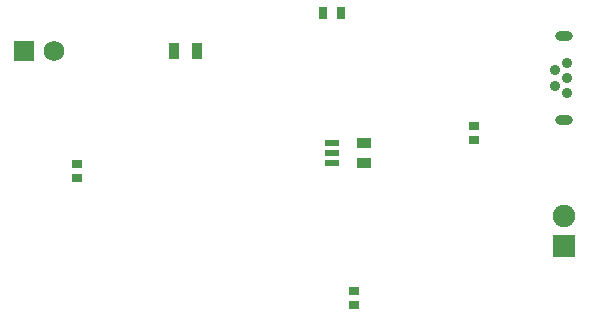
<source format=gts>
G04*
G04 #@! TF.GenerationSoftware,Altium Limited,Altium Designer,20.0.2 (26)*
G04*
G04 Layer_Color=8388736*
%FSLAX25Y25*%
%MOIN*%
G70*
G01*
G75*
%ADD16R,0.03740X0.05709*%
%ADD17R,0.02953X0.03937*%
%ADD18R,0.03543X0.02953*%
%ADD19R,0.04540X0.03359*%
%ADD20R,0.04540X0.02259*%
%ADD21R,0.04540X0.02259*%
%ADD22R,0.07493X0.07493*%
%ADD23C,0.07493*%
%ADD24C,0.06902*%
%ADD25R,0.06902X0.06902*%
%ADD26C,0.03601*%
%ADD27O,0.05806X0.03447*%
D16*
X297677Y407500D02*
D03*
X290000D02*
D03*
D17*
X345453Y420000D02*
D03*
X339547D02*
D03*
D18*
X257500Y369724D02*
D03*
Y365000D02*
D03*
X390000Y377638D02*
D03*
Y382362D02*
D03*
X350000Y327500D02*
D03*
Y322776D02*
D03*
D19*
X353327Y376693D02*
D03*
Y370000D02*
D03*
D20*
X342500D02*
D03*
Y373346D02*
D03*
D21*
Y376693D02*
D03*
D22*
X420000Y342500D02*
D03*
D23*
Y352500D02*
D03*
D24*
X250000Y407500D02*
D03*
D25*
X240000D02*
D03*
D26*
X420866Y393307D02*
D03*
Y398425D02*
D03*
Y403543D02*
D03*
X416929Y400984D02*
D03*
Y395866D02*
D03*
D27*
X420000Y384350D02*
D03*
Y412500D02*
D03*
M02*

</source>
